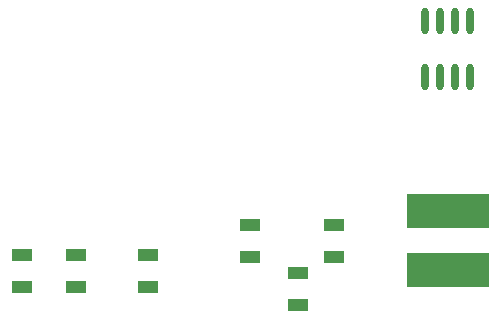
<source format=gtp>
%FSLAX23Y23*%
%MOIN*%
G70*
G01*
G75*
G04 Layer_Color=8421504*
%ADD10O,0.024X0.087*%
%ADD11R,0.067X0.043*%
%ADD12R,0.276X0.118*%
%ADD13C,0.033*%
%ADD14C,0.020*%
%ADD15C,0.025*%
%ADD16R,0.150X0.150*%
%ADD17C,0.150*%
%ADD18R,0.150X0.150*%
%ADD19R,0.059X0.059*%
%ADD20C,0.059*%
%ADD21R,0.059X0.059*%
%ADD22C,0.059*%
%ADD23C,0.060*%
%ADD24R,0.059X0.059*%
%ADD25C,0.050*%
%ADD26C,0.010*%
%ADD27C,0.008*%
%ADD28C,0.010*%
D10*
X3795Y2354D02*
D03*
X3745D02*
D03*
X3695D02*
D03*
X3645D02*
D03*
X3795Y2166D02*
D03*
X3745D02*
D03*
X3695D02*
D03*
X3645D02*
D03*
D11*
X2300Y1573D02*
D03*
Y1467D02*
D03*
X2480Y1573D02*
D03*
Y1467D02*
D03*
X2720Y1573D02*
D03*
Y1467D02*
D03*
X3220Y1513D02*
D03*
Y1407D02*
D03*
X3060Y1673D02*
D03*
Y1567D02*
D03*
X3340Y1673D02*
D03*
Y1567D02*
D03*
D12*
X3720Y1523D02*
D03*
Y1720D02*
D03*
M02*

</source>
